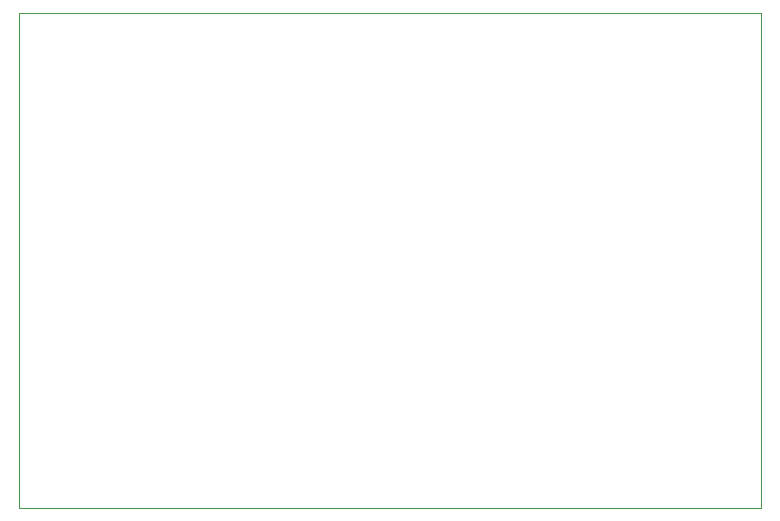
<source format=gm1>
G04 #@! TF.GenerationSoftware,KiCad,Pcbnew,7.0.8*
G04 #@! TF.CreationDate,2023-11-16T17:46:21+01:00*
G04 #@! TF.ProjectId,ESP32-aqs,45535033-322d-4617-9173-2e6b69636164,rev?*
G04 #@! TF.SameCoordinates,Original*
G04 #@! TF.FileFunction,Profile,NP*
%FSLAX46Y46*%
G04 Gerber Fmt 4.6, Leading zero omitted, Abs format (unit mm)*
G04 Created by KiCad (PCBNEW 7.0.8) date 2023-11-16 17:46:21*
%MOMM*%
%LPD*%
G01*
G04 APERTURE LIST*
G04 #@! TA.AperFunction,Profile*
%ADD10C,0.100000*%
G04 #@! TD*
G04 APERTURE END LIST*
D10*
X124676000Y-66040000D02*
X187452000Y-66040000D01*
X187452000Y-107950000D01*
X124676000Y-107950000D01*
X124676000Y-66040000D01*
M02*

</source>
